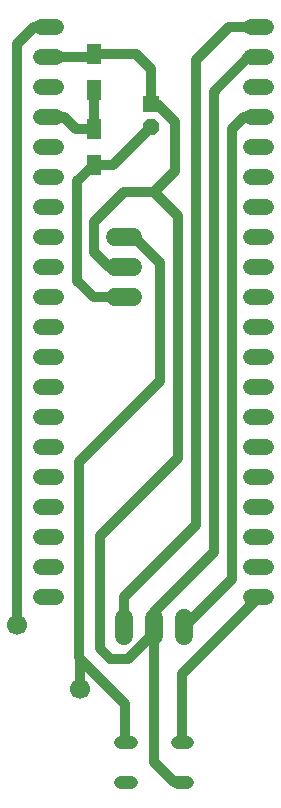
<source format=gbr>
G04 EAGLE Gerber RS-274X export*
G75*
%MOMM*%
%FSLAX34Y34*%
%LPD*%
%INTop Copper*%
%IPPOS*%
%AMOC8*
5,1,8,0,0,1.08239X$1,22.5*%
G01*
%ADD10C,1.524000*%
%ADD11C,1.100000*%
%ADD12R,1.200000X1.800000*%
%ADD13C,1.320800*%
%ADD14R,1.320800X1.320800*%
%ADD15P,1.429621X8X22.500000*%
%ADD16C,1.700000*%
%ADD17C,0.812800*%


D10*
X228600Y246380D02*
X228600Y261620D01*
X254000Y261620D02*
X254000Y246380D01*
X279400Y246380D02*
X279400Y261620D01*
X236220Y584200D02*
X220980Y584200D01*
X220980Y558800D02*
X236220Y558800D01*
X236220Y533400D02*
X220980Y533400D01*
D11*
X225500Y156700D02*
X234500Y156700D01*
X234500Y122700D02*
X225500Y122700D01*
X273500Y122700D02*
X282500Y122700D01*
X282500Y156700D02*
X273500Y156700D01*
D12*
X203200Y675390D03*
X203200Y645410D03*
X203200Y738890D03*
X203200Y708910D03*
D13*
X336296Y762000D02*
X349504Y762000D01*
X349504Y736600D02*
X336296Y736600D01*
X336296Y711200D02*
X349504Y711200D01*
X349504Y685800D02*
X336296Y685800D01*
X336296Y660400D02*
X349504Y660400D01*
X349504Y635000D02*
X336296Y635000D01*
X336296Y609600D02*
X349504Y609600D01*
X349504Y584200D02*
X336296Y584200D01*
X336296Y558800D02*
X349504Y558800D01*
X349504Y533400D02*
X336296Y533400D01*
X336296Y508000D02*
X349504Y508000D01*
X349504Y482600D02*
X336296Y482600D01*
X336296Y457200D02*
X349504Y457200D01*
X349504Y431800D02*
X336296Y431800D01*
X336296Y406400D02*
X349504Y406400D01*
X349504Y381000D02*
X336296Y381000D01*
X336296Y355600D02*
X349504Y355600D01*
X349504Y330200D02*
X336296Y330200D01*
X336296Y304800D02*
X349504Y304800D01*
X349504Y279400D02*
X336296Y279400D01*
X171704Y279400D02*
X158496Y279400D01*
X158496Y304800D02*
X171704Y304800D01*
X171704Y330200D02*
X158496Y330200D01*
X158496Y355600D02*
X171704Y355600D01*
X171704Y381000D02*
X158496Y381000D01*
X158496Y406400D02*
X171704Y406400D01*
X171704Y431800D02*
X158496Y431800D01*
X158496Y457200D02*
X171704Y457200D01*
X171704Y482600D02*
X158496Y482600D01*
X158496Y508000D02*
X171704Y508000D01*
X171704Y533400D02*
X158496Y533400D01*
X158496Y558800D02*
X171704Y558800D01*
X171704Y584200D02*
X158496Y584200D01*
X158496Y609600D02*
X171704Y609600D01*
X171704Y635000D02*
X158496Y635000D01*
X158496Y660400D02*
X171704Y660400D01*
X171704Y685800D02*
X158496Y685800D01*
X158496Y711200D02*
X171704Y711200D01*
X171704Y736600D02*
X158496Y736600D01*
X158496Y762000D02*
X171704Y762000D01*
D14*
X251460Y697070D03*
D15*
X251460Y677070D03*
D16*
X138159Y255541D03*
X192041Y201659D03*
D17*
X200910Y736600D02*
X203200Y738890D01*
X200910Y736600D02*
X165100Y736600D01*
X271000Y122700D02*
X278000Y122700D01*
X271000Y122700D02*
X254000Y139700D01*
X254000Y254000D01*
X254000Y266700D01*
X304800Y317500D01*
X304800Y707390D02*
X334010Y736600D01*
X342900Y736600D01*
X304800Y707390D02*
X304800Y317500D01*
X228600Y558800D02*
X215900Y558800D01*
X203200Y571500D01*
X203200Y596900D01*
X228600Y622300D02*
X254000Y622300D01*
X271780Y640080D01*
X228600Y622300D02*
X203200Y596900D01*
X208280Y331470D02*
X208280Y236220D01*
X274320Y601980D02*
X254000Y622300D01*
X274320Y601980D02*
X274320Y397510D01*
X208280Y331470D01*
X254000Y254000D02*
X254000Y248920D01*
X232410Y227330D01*
X217170Y227330D01*
X208280Y236220D01*
X251460Y697070D02*
X256540Y697070D01*
X271780Y681830D01*
X271780Y640080D01*
X251460Y697070D02*
X251460Y726440D01*
X239010Y738890D01*
X203200Y738890D01*
X203200Y533400D02*
X228600Y533400D01*
X203200Y533400D02*
X189230Y547370D01*
X189230Y631440D01*
X203200Y645410D01*
X219800Y645410D02*
X251460Y677070D01*
X219800Y645410D02*
X203200Y645410D01*
X230000Y189100D02*
X230000Y156700D01*
X230000Y189100D02*
X192041Y227059D01*
X228600Y584200D02*
X237490Y584200D01*
X259080Y562610D01*
X259080Y462280D01*
X190500Y393700D01*
X190500Y228600D01*
X192041Y227059D02*
X192041Y201659D01*
X192041Y227059D02*
X190500Y228600D01*
X228600Y254000D02*
X228600Y279400D01*
X289560Y734060D02*
X317500Y762000D01*
X342900Y762000D01*
X289560Y340360D02*
X228600Y279400D01*
X289560Y340360D02*
X289560Y734060D01*
X320040Y294640D02*
X279400Y254000D01*
X320040Y294640D02*
X320040Y675640D01*
X330200Y685800D01*
X342900Y685800D01*
X203200Y675390D02*
X203200Y708910D01*
X203200Y675390D02*
X188210Y675390D01*
X177800Y685800D01*
X165100Y685800D01*
X278000Y214500D02*
X278000Y156700D01*
X278000Y214500D02*
X342900Y279400D01*
X138159Y255541D02*
X138159Y747759D01*
X152400Y762000D01*
X165100Y762000D01*
M02*

</source>
